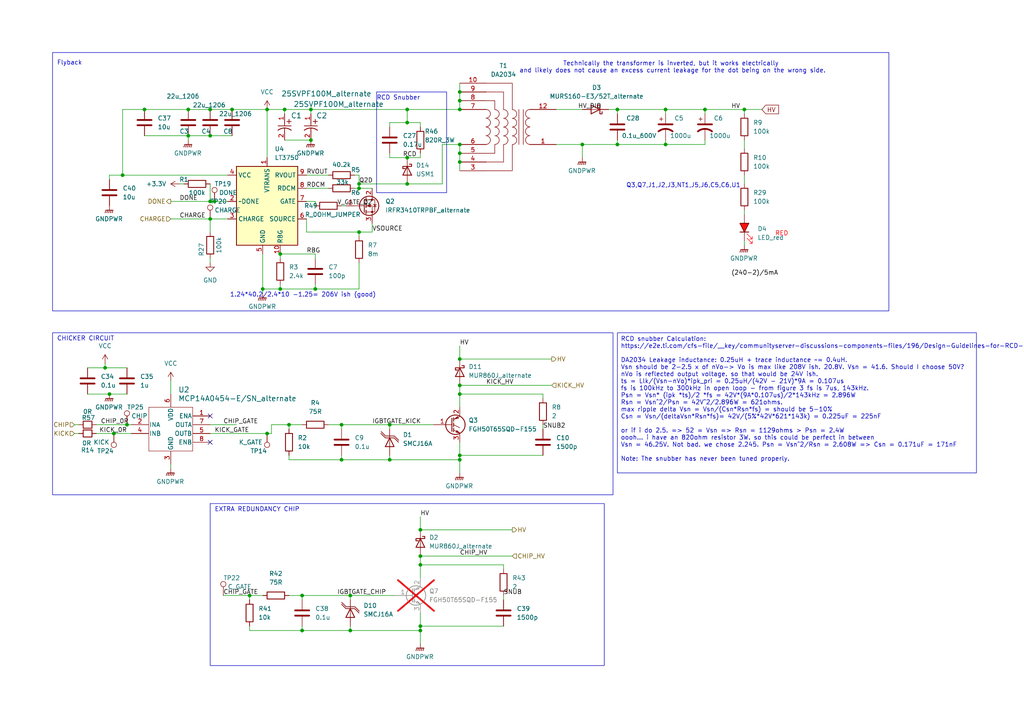
<source format=kicad_sch>
(kicad_sch (version 20250114) (generator "eeschema") (generator_version "9.0")
  (paper "A4")
  (rectangle (start 60.96 146.05) (end 175.26 193.04))
  (rectangle (start 15.24 15.24) (end 257.81 90.17))
  (rectangle (start 109.22 26.67) (end 129.54 55.88))
  (rectangle (start 15.24 96.52) (end 177.8 143.51))
  (text "(240-2)/5mA" (at 212.09 80.01 0) (effects (font (size 1.27 1.27)) (justify left bottom)))
  (text "RCD Snubber" (at 109.22 29.21 0) (effects (font (size 1.27 1.27)) (justify left bottom)))
  (text "Technically the transformer is inverted, but it works electrically \nand likely does not cause an excess current leakage for the dot being on the wrong side." (at 195.072 19.558 0) (effects (font (size 1.27 1.27))))
  (text "Q3,Q7,J1,J2,J3,NT1,J5,J6,C5,C6,U1" (at 181.61 54.61 0) (effects (font (size 1.27 1.27)) (justify left bottom)))
  (text "Flyback" (at 16.51 19.05 0) (effects (font (size 1.27 1.27)) (justify left bottom)))
  (text "RED" (at 224.79 68.58 0) (effects (font (size 1.27 1.27)) (justify left bottom)))
  (text "1.24*40.2/2.4*10 -1.25= 206V ish (good)" (at 87.884 85.598 0) (effects (font (size 1.27 1.27))))
  (text "EXTRA REDUNDANCY CHIP" (at 62.23 148.59 0) (effects (font (size 1.27 1.27)) (justify left bottom)))
  (text "CHICKER CIRCUIT" (at 16.51 99.06 0) (effects (font (size 1.27 1.27)) (justify left bottom)))
  (text_box "RCD snubber Calculation: https://e2e.ti.com/cfs-file/__key/communityserver-discussions-components-files/196/Design-Guidelines-for-RCD-Snubber-of-Flyback-Converters_2D00_Fairchild-AN4147.pdf\n\nDA2034 Leakage inductance: 0.25uH + trace inductance ~= 0.4uH.   \nVsn should be 2-2.5 x of nVo-> Vo is max like 208V ish. 20.8V. Vsn = 41.6. Should I choose 50V?\nnVo is reflected output voltage. so that would be 24V ish.                 \nts = Llk/(Vsn-nVo)*ipk_pri = 0.25uH/(42V - 21V)*9A = 0.107us\nfs is 100kHz to 300kHz in open loop - from figure 3 fs is 7us, 143kHz.     \nPsn = Vsn* (ipk *ts)/2 *fs = 42V*(9A*0.107us)/2*143kHz = 2.896W\nRsn = Vsn^2/Psn = 42V^2/2.896W = 621ohms.                                  \nmax ripple delta Vsn = Vsn/(Csn*Rsn*fs) = should be 5-10%\nCsn = Vsn/(deltaVsn*Rsn*fs)= 42V/(5%*42V*621*143k) = 0.225uF = 225nF\n\nor if i do 2.5. => 52 = Vsn => Rsn = 1129ohms > Psn = 2.4W\noooh... i have an 820ohm resistor 3W. so this could be perfect in between\nVsn = 46.25V. Not bad. we chose 2.245. Psn = Vsn^2/Rsn = 2.608W => Csn = 0.171uF = 171nF\n\nNote: The snubber has never been tuned properly." (at 179.07 96.52 0) (size 104.14 40.64) (margins 0.9525 0.9525 0.9525 0.9525) (effects (font (size 1.27 1.27)) (justify left top)))
  (junction (at 133.35 26.67))
  (junction (at 193.04 41.91))
  (junction (at 101.6 172.72))
  (junction (at 168.91 41.91))
  (junction (at 67.31 31.75))
  (junction (at 30.48 106.68))
  (junction (at 133.35 29.21))
  (junction (at 81.28 73.66))
  (junction (at 133.35 133.35))
  (junction (at 104.14 67.31))
  (junction (at 90.17 31.75))
  (junction (at 90.17 40.64))
  (junction (at 133.35 46.99))
  (junction (at 99.06 133.35))
  (junction (at 118.11 45.72))
  (junction (at 62.23 58.42))
  (junction (at 121.92 182.88))
  (junction (at 121.92 163.83))
  (junction (at 60.96 58.42))
  (junction (at 118.11 35.56))
  (junction (at 133.35 114.3))
  (junction (at 77.47 31.75))
  (junction (at 60.96 63.5))
  (junction (at 133.35 104.14))
  (junction (at 113.03 123.19))
  (junction (at 83.82 123.19))
  (junction (at 133.35 44.45))
  (junction (at 35.56 50.8))
  (junction (at 179.07 31.75))
  (junction (at 104.14 53.34))
  (junction (at 36.83 123.19))
  (junction (at 60.96 39.37))
  (junction (at 33.02 125.73))
  (junction (at 87.63 172.72))
  (junction (at 99.06 123.19))
  (junction (at 72.39 172.72))
  (junction (at 81.28 83.82))
  (junction (at 121.92 153.67))
  (junction (at 118.11 31.75))
  (junction (at 133.35 111.76))
  (junction (at 179.07 41.91))
  (junction (at 77.47 125.73))
  (junction (at 113.03 133.35))
  (junction (at 54.61 39.37))
  (junction (at 87.63 182.88))
  (junction (at 204.47 31.75))
  (junction (at 60.96 31.75))
  (junction (at 54.61 31.75))
  (junction (at 76.2 83.82))
  (junction (at 133.35 41.91))
  (junction (at 101.6 182.88))
  (junction (at 121.92 181.61))
  (junction (at 118.11 53.34))
  (junction (at 91.44 83.82))
  (junction (at 31.75 114.3))
  (junction (at 104.14 54.61))
  (junction (at 133.35 31.75))
  (junction (at 215.9 31.75))
  (junction (at 41.91 31.75))
  (junction (at 121.92 161.29))
  (junction (at 133.35 132.08))
  (junction (at 193.04 31.75))
  (junction (at 82.55 31.75))
  (no_connect (at 60.96 128.27))
  (no_connect (at 60.96 120.65))
  (wire (pts (xy 157.48 115.57) (xy 157.48 114.3)))
  (wire (pts (xy 168.91 41.91) (xy 179.07 41.91)))
  (wire (pts (xy 121.92 161.29) (xy 148.59 161.29)))
  (wire (pts (xy 133.35 100.33) (xy 133.35 104.14)))
  (wire (pts (xy 60.96 125.73) (xy 77.47 125.73)))
  (wire (pts (xy 146.05 165.1) (xy 146.05 163.83)))
  (wire (pts (xy 168.91 41.91) (xy 168.91 45.72)))
  (wire (pts (xy 215.9 40.64) (xy 215.9 43.18)))
  (wire (pts (xy 113.03 132.08) (xy 113.03 133.35)))
  (wire (pts (xy 91.44 73.66) (xy 91.44 74.93)))
  (wire (pts (xy 91.44 58.42) (xy 88.9 58.42)))
  (wire (pts (xy 83.82 123.19) (xy 83.82 124.46)))
  (wire (pts (xy 88.9 50.8) (xy 95.25 50.8)))
  (wire (pts (xy 193.04 31.75) (xy 204.47 31.75)))
  (wire (pts (xy 81.28 73.66) (xy 91.44 73.66)))
  (wire (pts (xy 25.4 114.3) (xy 31.75 114.3)))
  (wire (pts (xy 60.96 39.37) (xy 67.31 39.37)))
  (wire (pts (xy 176.53 31.75) (xy 179.07 31.75)))
  (wire (pts (xy 77.47 31.75) (xy 77.47 45.72)))
  (wire (pts (xy 60.96 53.34) (xy 60.96 58.42)))
  (wire (pts (xy 104.14 67.31) (xy 104.14 68.58)))
  (wire (pts (xy 31.75 50.8) (xy 35.56 50.8)))
  (wire (pts (xy 99.06 59.69) (xy 100.33 59.69)))
  (wire (pts (xy 49.53 110.49) (xy 49.53 114.3)))
  (wire (pts (xy 133.35 24.13) (xy 133.35 26.67)))
  (wire (pts (xy 78.74 125.73) (xy 78.74 123.19)))
  (wire (pts (xy 60.96 31.75) (xy 67.31 31.75)))
  (wire (pts (xy 215.9 31.75) (xy 220.98 31.75)))
  (wire (pts (xy 87.63 182.88) (xy 101.6 182.88)))
  (wire (pts (xy 113.03 123.19) (xy 125.73 123.19)))
  (wire (pts (xy 72.39 172.72) (xy 72.39 173.99)))
  (wire (pts (xy 60.96 63.5) (xy 66.04 63.5)))
  (wire (pts (xy 72.39 182.88) (xy 87.63 182.88)))
  (wire (pts (xy 179.07 40.64) (xy 179.07 41.91)))
  (wire (pts (xy 179.07 31.75) (xy 179.07 33.02)))
  (wire (pts (xy 35.56 31.75) (xy 41.91 31.75)))
  (wire (pts (xy 99.06 133.35) (xy 113.03 133.35)))
  (wire (pts (xy 60.96 58.42) (xy 62.23 58.42)))
  (wire (pts (xy 133.35 133.35) (xy 133.35 137.16)))
  (wire (pts (xy 113.03 45.72) (xy 118.11 45.72)))
  (wire (pts (xy 21.59 125.73) (xy 22.86 125.73)))
  (wire (pts (xy 78.74 123.19) (xy 83.82 123.19)))
  (wire (pts (xy 204.47 33.02) (xy 204.47 31.75)))
  (wire (pts (xy 49.53 134.62) (xy 49.53 135.89)))
  (wire (pts (xy 87.63 181.61) (xy 87.63 182.88)))
  (wire (pts (xy 133.35 114.3) (xy 157.48 114.3)))
  (wire (pts (xy 101.6 182.88) (xy 121.92 182.88)))
  (wire (pts (xy 121.92 177.8) (xy 121.92 181.61)))
  (wire (pts (xy 95.25 123.19) (xy 99.06 123.19)))
  (wire (pts (xy 87.63 123.19) (xy 83.82 123.19)))
  (wire (pts (xy 31.75 114.3) (xy 36.83 114.3)))
  (wire (pts (xy 60.96 67.31) (xy 60.96 63.5)))
  (wire (pts (xy 49.53 63.5) (xy 60.96 63.5)))
  (wire (pts (xy 102.87 50.8) (xy 104.14 50.8)))
  (wire (pts (xy 54.61 39.37) (xy 54.61 40.64)))
  (wire (pts (xy 204.47 41.91) (xy 204.47 40.64)))
  (wire (pts (xy 121.92 163.83) (xy 146.05 163.83)))
  (wire (pts (xy 133.35 26.67) (xy 133.35 29.21)))
  (wire (pts (xy 36.83 123.19) (xy 38.1 123.19)))
  (wire (pts (xy 41.91 39.37) (xy 54.61 39.37)))
  (wire (pts (xy 83.82 132.08) (xy 83.82 133.35)))
  (wire (pts (xy 161.29 31.75) (xy 168.91 31.75)))
  (wire (pts (xy 76.2 172.72) (xy 72.39 172.72)))
  (wire (pts (xy 121.92 44.45) (xy 121.92 45.72)))
  (wire (pts (xy 36.83 106.68) (xy 30.48 106.68)))
  (wire (pts (xy 88.9 67.31) (xy 104.14 67.31)))
  (wire (pts (xy 101.6 173.99) (xy 101.6 172.72)))
  (wire (pts (xy 87.63 172.72) (xy 101.6 172.72)))
  (wire (pts (xy 113.03 35.56) (xy 118.11 35.56)))
  (wire (pts (xy 215.9 31.75) (xy 215.9 33.02)))
  (wire (pts (xy 87.63 172.72) (xy 87.63 173.99)))
  (wire (pts (xy 107.95 67.31) (xy 104.14 67.31)))
  (wire (pts (xy 60.96 74.93) (xy 60.96 76.2)))
  (wire (pts (xy 133.35 46.99) (xy 133.35 49.53)))
  (wire (pts (xy 121.92 181.61) (xy 121.92 182.88)))
  (wire (pts (xy 118.11 53.34) (xy 128.27 53.34)))
  (wire (pts (xy 91.44 83.82) (xy 104.14 83.82)))
  (wire (pts (xy 88.9 54.61) (xy 95.25 54.61)))
  (wire (pts (xy 133.35 104.14) (xy 160.02 104.14)))
  (wire (pts (xy 148.59 153.67) (xy 121.92 153.67)))
  (wire (pts (xy 104.14 50.8) (xy 104.14 53.34)))
  (wire (pts (xy 91.44 82.55) (xy 91.44 83.82)))
  (wire (pts (xy 121.92 149.86) (xy 121.92 153.67)))
  (wire (pts (xy 193.04 31.75) (xy 193.04 33.02)))
  (wire (pts (xy 118.11 45.72) (xy 121.92 45.72)))
  (wire (pts (xy 54.61 39.37) (xy 60.96 39.37)))
  (wire (pts (xy 128.27 41.91) (xy 128.27 53.34)))
  (wire (pts (xy 104.14 76.2) (xy 104.14 83.82)))
  (wire (pts (xy 81.28 73.66) (xy 81.28 74.93)))
  (wire (pts (xy 35.56 50.8) (xy 66.04 50.8)))
  (wire (pts (xy 83.82 172.72) (xy 87.63 172.72)))
  (wire (pts (xy 30.48 105.41) (xy 30.48 106.68)))
  (wire (pts (xy 81.28 83.82) (xy 91.44 83.82)))
  (wire (pts (xy 35.56 31.75) (xy 35.56 50.8)))
  (wire (pts (xy 193.04 40.64) (xy 193.04 41.91)))
  (wire (pts (xy 121.92 161.29) (xy 121.92 163.83)))
  (wire (pts (xy 113.03 36.83) (xy 113.03 35.56)))
  (wire (pts (xy 83.82 133.35) (xy 99.06 133.35)))
  (wire (pts (xy 121.92 182.88) (xy 121.92 186.69)))
  (wire (pts (xy 121.92 35.56) (xy 121.92 36.83)))
  (wire (pts (xy 113.03 133.35) (xy 133.35 133.35)))
  (wire (pts (xy 104.14 53.34) (xy 104.14 54.61)))
  (wire (pts (xy 118.11 31.75) (xy 133.35 31.75)))
  (wire (pts (xy 21.59 123.19) (xy 22.86 123.19)))
  (wire (pts (xy 76.2 73.66) (xy 76.2 83.82)))
  (wire (pts (xy 107.95 67.31) (xy 107.95 64.77)))
  (wire (pts (xy 160.02 111.76) (xy 133.35 111.76)))
  (wire (pts (xy 193.04 41.91) (xy 204.47 41.91)))
  (wire (pts (xy 133.35 114.3) (xy 133.35 118.11)))
  (wire (pts (xy 90.17 31.75) (xy 90.17 33.02)))
  (wire (pts (xy 77.47 31.75) (xy 82.55 31.75)))
  (wire (pts (xy 64.77 172.72) (xy 72.39 172.72)))
  (wire (pts (xy 118.11 35.56) (xy 121.92 35.56)))
  (wire (pts (xy 101.6 181.61) (xy 101.6 182.88)))
  (wire (pts (xy 91.44 59.69) (xy 91.44 58.42)))
  (wire (pts (xy 54.61 31.75) (xy 60.96 31.75)))
  (wire (pts (xy 121.92 163.83) (xy 121.92 167.64)))
  (wire (pts (xy 60.96 123.19) (xy 68.58 123.19)))
  (wire (pts (xy 179.07 31.75) (xy 193.04 31.75)))
  (wire (pts (xy 133.35 128.27) (xy 133.35 132.08)))
  (wire (pts (xy 33.02 125.73) (xy 38.1 125.73)))
  (wire (pts (xy 121.92 181.61) (xy 146.05 181.61)))
  (wire (pts (xy 52.07 53.34) (xy 53.34 53.34)))
  (wire (pts (xy 76.2 83.82) (xy 76.2 85.09)))
  (wire (pts (xy 81.28 82.55) (xy 81.28 83.82)))
  (wire (pts (xy 133.35 41.91) (xy 133.35 44.45)))
  (wire (pts (xy 41.91 31.75) (xy 54.61 31.75)))
  (wire (pts (xy 27.94 123.19) (xy 36.83 123.19)))
  (wire (pts (xy 31.75 50.8) (xy 31.75 52.07)))
  (wire (pts (xy 204.47 31.75) (xy 215.9 31.75)))
  (wire (pts (xy 25.4 106.68) (xy 30.48 106.68)))
  (wire (pts (xy 82.55 31.75) (xy 82.55 33.02)))
  (wire (pts (xy 88.9 67.31) (xy 88.9 63.5)))
  (wire (pts (xy 99.06 123.19) (xy 99.06 124.46)))
  (wire (pts (xy 76.2 83.82) (xy 81.28 83.82)))
  (wire (pts (xy 49.53 58.42) (xy 60.96 58.42)))
  (wire (pts (xy 101.6 172.72) (xy 114.3 172.72)))
  (wire (pts (xy 146.05 172.72) (xy 146.05 173.99)))
  (wire (pts (xy 82.55 40.64) (xy 90.17 40.64)))
  (wire (pts (xy 179.07 41.91) (xy 193.04 41.91)))
  (wire (pts (xy 113.03 124.46) (xy 113.03 123.19)))
  (wire (pts (xy 113.03 44.45) (xy 113.03 45.72)))
  (wire (pts (xy 99.06 132.08) (xy 99.06 133.35)))
  (wire (pts (xy 107.95 54.61) (xy 104.14 54.61)))
  (wire (pts (xy 90.17 31.75) (xy 118.11 31.75)))
  (wire (pts (xy 215.9 50.8) (xy 215.9 53.34)))
  (wire (pts (xy 128.27 41.91) (xy 133.35 41.91)))
  (wire (pts (xy 215.9 60.96) (xy 215.9 62.23)))
  (wire (pts (xy 133.35 29.21) (xy 133.35 31.75)))
  (wire (pts (xy 118.11 31.75) (xy 118.11 35.56)))
  (wire (pts (xy 133.35 132.08) (xy 133.35 133.35)))
  (wire (pts (xy 82.55 31.75) (xy 90.17 31.75)))
  (wire (pts (xy 99.06 123.19) (xy 113.03 123.19)))
  (wire (pts (xy 77.47 125.73) (xy 78.74 125.73)))
  (wire (pts (xy 133.35 111.76) (xy 133.35 114.3)))
  (wire (pts (xy 72.39 181.61) (xy 72.39 182.88)))
  (wire (pts (xy 215.9 69.85) (xy 215.9 71.12)))
  (wire (pts (xy 67.31 31.75) (xy 77.47 31.75)))
  (wire (pts (xy 27.94 125.73) (xy 33.02 125.73)))
  (wire (pts (xy 133.35 44.45) (xy 133.35 46.99)))
  (wire (pts (xy 102.87 54.61) (xy 104.14 54.61)))
  (wire (pts (xy 104.14 53.34) (xy 118.11 53.34)))
  (wire (pts (xy 161.29 41.91) (xy 168.91 41.91)))
  (wire (pts (xy 62.23 58.42) (xy 66.04 58.42)))
  (wire (pts (xy 133.35 132.08) (xy 157.48 132.08)))
  (wire (pts (xy 157.48 123.19) (xy 157.48 124.46)))
  (label "V_GATE_Q2" (at 97.79 59.69 0))
  (label "IGBTGATE_KICK" (at 107.95 123.19 0))
  (label "HV" (at 133.35 100.33 0))
  (label "CHIP_GATE" (at 64.77 123.19 0))
  (label "CHIP_GATE" (at 64.77 172.72 0))
  (label "KICK_GATE" (at 62.23 125.73 0))
  (label "IGBTGATE_CHIP" (at 97.79 172.72 0))
  (label "DONE" (at 52.07 58.42 0))
  (label "CHIP_HV" (at 133.35 161.29 0))
  (label "RDCM" (at 88.9 54.61 0))
  (label "KICK_0R" (at 36.83 125.73 180))
  (label "KICK_HV" (at 140.97 111.76 0))
  (label "HV_DIO" (at 167.64 31.75 0))
  (label "Q2D" (at 104.14 53.34 0))
  (label "RCD" (at 116.84 45.72 0))
  (label "SNUB" (at 146.05 172.72 0))
  (label "HV" (at 121.92 149.86 0))
  (label "CHARGE" (at 52.07 63.5 0))
  (label "SNUB2" (at 157.48 124.46 0))
  (label "CHIP_0R" (at 29.21 123.19 0))
  (label "RVOUT" (at 88.9 50.8 0))
  (label "RBG" (at 88.9 73.66 0))
  (label "VSOURCE" (at 107.95 67.31 0))
  (label "HV" (at 212.09 31.75 0))
  (global_label "HV" (shape input) (at 220.98 31.75 0) (property "Intersheetrefs" "${INTERSHEET_REFS}" (effects (hide yes))))
  (hierarchical_label "CHIP_HV" (shape input) (at 148.59 161.29 0))
  (hierarchical_label "HV" (shape output) (at 160.02 104.14 0))
  (hierarchical_label "CHARGE" (shape input) (at 49.53 63.5 180))
  (hierarchical_label "CHIP" (shape input) (at 21.59 123.19 180))
  (hierarchical_label "KICK" (shape input) (at 21.59 125.73 180))
  (hierarchical_label "HV" (shape output) (at 148.59 153.67 0))
  (hierarchical_label "DONE" (shape output) (at 49.53 58.42 180))
  (hierarchical_label "KICK_HV" (shape input) (at 160.02 111.76 0))
  (symbol (lib_id "bots:C_100p") (at 91.44 78.74 0) (unit 1)
    (property "Reference" "C7" (at 95.25 77.47 0) (effects (justify left)))
    (property "Value" "100p" (at 95.25 80.01 0) (effects (justify left)))
    (property "Footprint" "bots:C_0603_1608Metric" (effects (hide yes)))
    (property "MPN" "CL10C101JB8NNNC" (effects (hide yes)))
    (property "Manufacturer" "Samsung Electro-Mechanics" (effects (hide yes)))
    (property "Price" "0.0026" (effects (hide yes)))
    (property "JLC" "0603" (effects (hide yes)))
    (property "LCSC" "C14858" (effects (hide yes)))
    (property "JLC Extended" "no" (effects (hide yes)))
  )
  (symbol (lib_id "power:GNDPWR") (at 215.9 71.12 0) (unit 1)
    (property "Reference" "#PWR020" (effects (hide yes)))
    (property "Value" "GNDPWR" (at 215.773 74.93 0))
  )
  (symbol (lib_id "thebots_symlib:R_0R_0402") (at 25.4 125.73 90) (unit 1)
    (property "Reference" "R14" (at 25.4 130.556 90))
    (property "Value" "0R" (at 25.146 128.524 90))
    (property "Footprint" "bots:R_0402_1005Metric" (effects (hide yes)))
    (property "Description" "Resistor" (effects (hide yes)))
    (property "MPN" "0402WGF0000TCE" (effects (hide yes)))
    (property "Manufacturer" "UNI-ROYAL(Uniroyal Elec)" (effects (hide yes)))
    (property "Price" "0.001" (effects (hide yes)))
    (property "JLC" "0603" (effects (hide yes)))
    (property "LCSC" "C17168" (effects (hide yes)))
    (property "JLC Extended" "no" (effects (hide yes)))
  )
  (symbol (lib_id "power:GNDPWR") (at 76.2 85.09 0) (unit 1)
    (property "Reference" "#PWR02" (effects (hide yes)))
    (property "Value" "GNDPWR" (at 76.073 88.9 0))
  )
  (symbol (lib_id "bots:TestPoint_1x1") (at 36.83 123.19 0) (unit 1) (in_bom no)
    (property "Reference" "TP25" (at 36.83 118.11 0) (effects (justify left)))
    (property "Value" "CHIP" (at 38.1 120.65 0) (effects (justify left)))
    (property "Footprint" "bots:TestPoint_Pad_1.0x1.0mm" (effects (hide yes)))
  )
  (symbol (lib_id "bots:Q_IRFR3410TRPBF_alternate") (at 105.41 59.69 0) (unit 1)
    (property "Reference" "Q2" (at 111.76 58.4199 0) (effects (justify left)))
    (property "Value" "IRFR3410TRPBF_alternate" (at 111.76 60.9599 0) (effects (justify left)))
    (property "Footprint" "bots:DPAK-3_ONS" (effects (hide yes)))
    (property "Datasheet" "https://www.st.com/resource/en/datasheet/stb15n80k5.pdf" (effects (hide yes)))
    (property "Description" "N-Channel 150 V 50A (Tc) 160W (Tj) Surface Mount TO-252AA" (effects (hide yes)))
    (property "MPN" "CJU15N10" (effects (hide yes)))
    (property "Manufacturer" "Jiangsu Changjing Electronics Technology Co., Ltd. " (effects (hide yes)))
    (property "Price" "0.2772" (effects (hide yes)))
    (property "JLC" "TO-252-2" (effects (hide yes)))
    (property "LCSC" "C2910347" (effects (hide yes)))
    (property "JLC Extended" "yes" (effects (hide yes)))
  )
  (symbol (lib_id "thebots_symlib:R_0R_0402") (at 25.4 123.19 90) (unit 1)
    (property "Reference" "R57" (at 25.654 121.158 90))
    (property "Value" "0R" (at 25.4 119.38 90))
    (property "Footprint" "bots:R_0402_1005Metric" (effects (hide yes)))
    (property "Description" "Resistor" (effects (hide yes)))
    (property "MPN" "0402WGF0000TCE" (effects (hide yes)))
    (property "Manufacturer" "UNI-ROYAL(Uniroyal Elec)" (effects (hide yes)))
    (property "Price" "0.001" (effects (hide yes)))
    (property "JLC" "0603" (effects (hide yes)))
    (property "LCSC" "C17168" (effects (hide yes)))
    (property "JLC Extended" "no" (effects (hide yes)))
  )
  (symbol (lib_id "bots:C_0.17u") (at 113.03 40.64 0) (unit 1)
    (property "Reference" "C27" (at 116.84 39.3699 0) (effects (justify left)))
    (property "Value" "0.17u" (at 116.84 41.9099 0) (effects (justify left)))
    (property "Footprint" "bots:C_0603_1608Metric" (effects (hide yes)))
    (property "Description" "Unpolarized capacitor" (effects (hide yes)))
    (property "MPN" "CC0603KRX7R9BB104" (effects (hide yes)))
    (property "Manufacturer" "YAGEO" (effects (hide yes)))
    (property "Price" "0.0021" (effects (hide yes)))
    (property "JLC" "0603" (effects (hide yes)))
    (property "LCSC" "C14663" (effects (hide yes)))
    (property "JLC Extended" "no" (effects (hide yes)))
  )
  (symbol (lib_id "bots:C_1000u_POL_reversed") (at 204.47 36.83 0) (unit 1)
    (property "Reference" "C6" (at 207.01 34.29 0) (effects (justify left)))
    (property "Value" "1000u" (at 205.74 39.37 0) (effects (justify left)))
    (property "Footprint" "bots:CP_Radial_Horizontal_D25.4mm_H45mm_reversed" (effects (hide yes)))
    (property "MPN" "ESMQ251VSN102MQ45S" (effects (hide yes)))
    (property "Manufacturer" "Chemi-Con" (effects (hide yes)))
    (property "Price" "9.07" (effects (hide yes)))
  )
  (symbol (lib_id "power:GNDPWR") (at 133.35 137.16 0) (unit 1)
    (property "Reference" "#PWR021" (effects (hide yes)))
    (property "Value" "GNDPWR" (at 133.223 140.97 0))
  )
  (symbol (lib_id "bots:TestPoint_1x1") (at 64.77 172.72 0) (unit 1) (in_bom no)
    (property "Reference" "TP22" (at 64.77 167.64 0) (effects (justify left)))
    (property "Value" "C_GATE" (at 66.04 170.18 0) (effects (justify left)))
    (property "Footprint" "bots:TestPoint_Pad_1.0x1.0mm" (effects (hide yes)))
  )
  (symbol (lib_id "bots:LED_red") (at 215.9 66.04 90) (unit 1)
    (property "Reference" "D4" (at 219.71 66.3575 90) (effects (justify right)))
    (property "Value" "LED_red" (at 219.71 68.8975 90) (effects (justify right)))
    (property "Footprint" "bots:LED_1206MERGE0805" (effects (hide yes)))
    (property "MPN" "NCD0805R1" (effects (hide yes)))
    (property "Manufacturer" "Foshan NationStar Optoelectronics" (effects (hide yes)))
    (property "Price" "0.0122" (effects (hide yes)))
    (property "JLC" "0805" (effects (hide yes)))
    (property "LCSC" "C84256" (effects (hide yes)))
    (property "JLC Extended" "no" (effects (hide yes)))
  )
  (symbol (lib_name "R_100k_4") (lib_id "bots:R_100k") (at 215.9 46.99 180) (unit 1)
    (property "Reference" "R10" (at 218.44 45.72 0) (effects (justify right)))
    (property "Value" "100k" (at 218.44 48.26 0) (effects (justify right)))
    (property "Footprint" "bots:R_0603_1608Metric" (effects (hide yes)))
    (property "MPN" "0603WAF1003T5E" (effects (hide yes)))
    (property "Manufacturer" "UNI-ROYAL(Uniroyal Elec)" (effects (hide yes)))
    (property "Price" "0.0009" (effects (hide yes)))
    (property "JLC" "0603" (effects (hide yes)))
    (property "LCSC" "C25803" (effects (hide yes)))
    (property "JLC Extended" "no" (effects (hide yes)))
  )
  (symbol (lib_id "bots:C_1500p") (at 157.48 128.27 0) (unit 1)
    (property "Reference" "C10" (at 161.29 127 0) (effects (justify left)))
    (property "Value" "1500p" (at 161.29 129.54 0) (effects (justify left)))
    (property "Footprint" "bots:C_0805_2012Metric" (effects (hide yes)))
    (property "Description" "Unpolarized capacitor" (effects (hide yes)))
    (property "MPN" "0805B152K500NT" (effects (hide yes)))
    (property "Manufacturer" "FH (Guangdong Fenghua Advanced Tech) " (effects (hide yes)))
    (property "Price" "0.066" (effects (hide yes)))
    (property "JLC" "0805" (effects (hide yes)))
    (property "LCSC" "C1717" (effects (hide yes)))
  )
  (symbol (lib_id "bots:D_USM1") (at 118.11 49.53 270) (unit 1)
    (property "Reference" "D14" (at 120.65 47.9425 90) (effects (justify left)))
    (property "Value" "USM1" (at 120.65 50.4825 90) (effects (justify left)))
    (property "Footprint" "bots:D_SMA" (effects (hide yes)))
    (property "MPN" "USM1" (effects (hide yes)))
    (property "Manufacturer" "Vishay Intertech" (effects (hide yes)))
    (property "Price" "0.1038" (effects (hide yes)))
    (property "JLC" "SMA" (effects (hide yes)))
    (property "LCSC" "C412437" (effects (hide yes)))
    (property "JLC Extended" "no" (effects (hide yes)))
  )
  (symbol (lib_id "power:GNDPWR") (at 31.75 114.3 0) (unit 1)
    (property "Reference" "#PWR046" (effects (hide yes)))
    (property "Value" "GNDPWR" (at 31.623 118.11 0))
  )
  (symbol (lib_name "R_100k_5") (lib_id "bots:R_100k") (at 57.15 53.34 270) (unit 1)
    (property "Reference" "R1" (at 53.34 52.07 90))
    (property "Value" "100k" (at 57.15 55.88 90))
    (property "Footprint" "bots:R_0603_1608Metric" (effects (hide yes)))
    (property "MPN" "0603WAF1003T5E" (effects (hide yes)))
    (property "Manufacturer" "UNI-ROYAL(Uniroyal Elec)" (effects (hide yes)))
    (property "Price" "0.0009" (effects (hide yes)))
    (property "JLC" "0603" (effects (hide yes)))
    (property "LCSC" "C25803" (effects (hide yes)))
    (property "JLC Extended" "no" (effects (hide yes)))
  )
  (symbol (lib_id "bots:MCP14A0454-E_SN_alternate") (at 35.56 121.92 0) (unit 1)
    (property "Reference" "U2" (at 51.6733 113.03 0) (effects (font (size 1.524 1.524)) (justify left)))
    (property "Value" "MCP14A0454-E/SN_alternate" (at 51.6733 115.57 0) (effects (font (size 1.524 1.524)) (justify left)))
    (property "Footprint" "bots:SOIC-8_3.9x4.9mm_P1.27mm" (effects (hide yes)))
    (property "MPN" "RS8802HXK" (effects (hide yes)))
    (property "Manufacturer" "Jiangsu RUNIC Tech " (effects (hide yes)))
    (property "Price" "0.36" (effects (hide yes)))
    (property "JLC" "SOIC-8" (effects (hide yes)))
    (property "LCSC" "C20611883" (effects (hide yes)))
    (property "JLC Extended" "yes" (effects (hide yes)))
  )
  (symbol (lib_id "power:GNDPWR") (at 168.91 45.72 0) (unit 1)
    (property "Reference" "#PWR018" (effects (hide yes)))
    (property "Value" "GNDPWR" (at 168.783 49.53 0))
  )
  (symbol (lib_id "power:VCC") (at 77.47 31.75 0) (unit 1)
    (property "Reference" "#PWR09" (effects (hide yes)))
    (property "Value" "VCC" (at 77.47 26.67 0))
  )
  (symbol (lib_id "bots:D_MURS160-E3/52T_alternate") (at 172.72 31.75 180) (unit 1)
    (property "Reference" "D3" (at 173.0375 25.4 0))
    (property "Value" "MURS160-E3/52T_alternate" (at 173.0375 27.94 0))
    (property "Footprint" "bots:D_SMB" (effects (hide yes)))
    (property "Description" "1.25V@1A 75ns 2A 600V SMB(DO-214AA) Diodes - Fast Recovery Rectifiers ROHS" (effects (hide yes)))
    (property "MPN" "US2MB" (effects (hide yes)))
    (property "Manufacturer" "hongjiacheng" (effects (hide yes)))
    (property "Price" "0.0266" (effects (hide yes)))
    (property "JLC" "SMB" (effects (hide yes)))
    (property "LCSC" "C18199134" (effects (hide yes)))
    (property "JLC Extended" "no" (effects (hide yes)))
  )
  (symbol (lib_id "bots:C_1000u_POL") (at 193.04 36.83 0) (unit 1)
    (property "Reference" "C5" (at 195.58 34.29 0) (effects (justify left)))
    (property "Value" "1000u" (at 194.31 39.37 0) (effects (justify left)))
    (property "Footprint" "bots:CP_Radial_Horizontal_D25.4mm_H45mm" (effects (hide yes)))
    (property "MPN" "ESMQ251VSN102MQ45S" (effects (hide yes)))
    (property "Manufacturer" "Chemi-Con" (effects (hide yes)))
    (property "Price" "9.07" (effects (hide yes)))
  )
  (symbol (lib_id "bots:DA2034") (at 151.13 36.83 0) (unit 1)
    (property "Reference" "T1" (at 146.0227 19.05 0))
    (property "Value" "DA2034" (at 146.0227 21.59 0))
    (property "Footprint" "bots:DA2034-ALD_COC" (effects (hide yes)))
    (property "MPN" "DA2034-ALD" (effects (hide yes)))
    (property "Manufacturer" "Coilcraft" (effects (hide yes)))
    (property "Price" "13.35" (effects (hide yes)))
  )
  (symbol (lib_id "bots:C_10u") (at 41.91 35.56 0) (unit 1)
    (property "Reference" "C37" (at 45.72 34.29 0) (effects (justify left)))
    (property "Value" "10u" (at 45.72 36.83 0) (effects (justify left)))
    (property "Footprint" "bots:C_0805_2012Metric" (effects (hide yes)))
    (property "MPN" "GRM21BR61H106KE43L" (effects (hide yes)))
    (property "Manufacturer" "Murata" (effects (hide yes)))
    (property "Price" "0.0645" (effects (hide yes)))
    (property "JLC" "0805" (effects (hide yes)))
    (property "LCSC" "C440198" (effects (hide yes)))
    (property "JLC Extended" "no" (effects (hide yes)))
  )
  (symbol (lib_id "bots:TestPoint_1x1") (at 33.02 125.73 180) (unit 1) (in_bom no)
    (property "Reference" "TP24" (at 33.02 130.81 0) (effects (justify left)))
    (property "Value" "KICK" (at 31.75 128.27 0) (effects (justify left)))
    (property "Footprint" "bots:TestPoint_Pad_1.0x1.0mm" (effects (hide yes)))
  )
  (symbol (lib_id "power:+3.3V") (at 52.07 53.34 90) (unit 1)
    (property "Reference" "#PWR05" (effects (hide yes)))
    (property "Value" "+3.3V" (at 48.26 53.34 90) (effects (justify left)))
  )
  (symbol (lib_id "power:VCC") (at 49.53 110.49 0) (unit 1)
    (property "Reference" "#PWR061" (effects (hide yes)))
    (property "Value" "VCC" (at 49.53 105.41 0))
  )
  (symbol (lib_id "bots:C_0.1u") (at 87.63 177.8 0) (unit 1)
    (property "Reference" "C38" (at 91.44 176.53 0) (effects (justify left)))
    (property "Value" "0.1u" (at 91.44 179.07 0) (effects (justify left)))
    (property "Footprint" "bots:C_0603_1608Metric" (effects (hide yes)))
    (property "MPN" "CC0603KRX7R9BB104" (effects (hide yes)))
    (property "Manufacturer" "YAGEO" (effects (hide yes)))
    (property "Price" "0.0021" (effects (hide yes)))
    (property "JLC" "0603" (effects (hide yes)))
    (property "LCSC" "C14663" (effects (hide yes)))
    (property "JLC Extended" "no" (effects (hide yes)))
  )
  (symbol (lib_id "power:GNDPWR") (at 121.92 186.69 0) (unit 1)
    (property "Reference" "#PWR012" (effects (hide yes)))
    (property "Value" "GNDPWR" (at 121.793 190.5 0))
  )
  (symbol (lib_id "bots:25SVPF100M_alternate") (at 90.17 33.02 270) (unit 1)
    (property "Reference" "C2" (at 91.694 33.528 90) (effects (font (size 1.524 1.524)) (justify left)))
    (property "Value" "25SVPF100M_alternate" (at 85.09 30.226 90) (effects (font (size 1.524 1.524)) (justify left)))
    (property "Footprint" "bots:CAP_25SVPF100M" (effects (hide yes)))
    (property "Datasheet" "EFVZ050ADA101M0865" (effects (hide yes)))
    (property "Price" "0.2118" (effects (hide yes)))
    (property "JLC" "SMD,D8xL6.5mm " (effects (hide yes)))
    (property "LCSC" "C33129640" (effects (hide yes)))
    (property "JLC Extended" "yes" (effects (hide yes)))
  )
  (symbol (lib_id "bots:C_10u") (at 31.75 55.88 0) (unit 1)
    (property "Reference" "C40" (at 35.56 54.61 0) (effects (justify left)))
    (property "Value" "10u" (at 35.56 57.15 0) (effects (justify left)))
    (property "Footprint" "bots:C_0805_2012Metric" (effects (hide yes)))
    (property "MPN" "GRM21BR61H106KE43L" (effects (hide yes)))
    (property "Manufacturer" "Murata" (effects (hide yes)))
    (property "Price" "0.0645" (effects (hide yes)))
    (property "JLC" "0805" (effects (hide yes)))
    (property "LCSC" "C440198" (effects (hide yes)))
    (property "JLC Extended" "no" (effects (hide yes)))
  )
  (symbol (lib_id "power:GNDPWR") (at 49.53 135.89 0) (unit 1)
    (property "Reference" "#PWR04" (effects (hide yes)))
    (property "Value" "GNDPWR" (at 49.403 139.7 0))
  )
  (symbol (lib_id "bots:R_0OHM_JUMPER") (at 95.25 59.69 90) (unit 1)
    (property "Reference" "R49" (at 90.17 59.69 90))
    (property "Value" "R_0OHM_JUMPER" (at 96.52 62.23 90))
    (property "Footprint" "bots:R_0603_1608Metric" (effects (hide yes)))
    (property "Description" "Resistor" (effects (hide yes)))
    (property "MPN" "0603WAF0000T5E" (effects (hide yes)))
    (property "Manufacturer" "UNI-ROYAL(Uniroyal Elec)" (effects (hide yes)))
    (property "Price" "0.001" (effects (hide yes)))
    (property "JLC" "0603" (effects (hide yes)))
    (property "LCSC" "C21189" (effects (hide yes)))
    (property "JLC Extended" "no" (effects (hide yes)))
  )
  (symbol (lib_id "bots:C_0.1u") (at 25.4 110.49 0) (unit 1)
    (property "Reference" "C34" (at 29.21 109.22 0) (effects (justify left)))
    (property "Value" "0.1u" (at 29.21 111.76 0) (effects (justify left)))
    (property "Footprint" "bots:C_0603_1608Metric" (effects (hide yes)))
    (property "MPN" "CC0603KRX7R9BB104" (effects (hide yes)))
    (property "Manufacturer" "YAGEO" (effects (hide yes)))
    (property "Price" "0.0021" (effects (hide yes)))
    (property "JLC" "0603" (effects (hide yes)))
    (property "LCSC" "C14663" (effects (hide yes)))
    (property "JLC Extended" "no" (effects (hide yes)))
  )
  (symbol (lib_id "power:GND") (at 60.96 76.2 0) (unit 1)
    (property "Reference" "#PWR010" (effects (hide yes)))
    (property "Value" "GND" (at 60.96 81.28 0))
  )
  (symbol (lib_id "bots:25SVPF100M_alternate") (at 82.55 33.02 270) (unit 1)
    (property "Reference" "C1" (at 84.328 33.528 90) (effects (font (size 1.524 1.524)) (justify left)))
    (property "Value" "25SVPF100M_alternate" (at 81.534 27.178 90) (effects (font (size 1.524 1.524)) (justify left)))
    (property "Footprint" "bots:CAP_25SVPF100M" (effects (hide yes)))
    (property "Datasheet" "EFVZ050ADA101M0865" (effects (hide yes)))
    (property "Price" "0.2118" (effects (hide yes)))
    (property "JLC" "SMD,D8xL6.5mm " (effects (hide yes)))
    (property "LCSC" "C33129640" (effects (hide yes)))
    (property "JLC Extended" "yes" (effects (hide yes)))
  )
  (symbol (lib_id "bots:R_2R_0805") (at 146.05 168.91 0) (unit 1)
    (property "Reference" "R43" (at 148.59 167.64 0) (effects (justify left)))
    (property "Value" "2" (at 148.59 170.18 0) (effects (justify left)))
    (property "Footprint" "bots:R_0805_2012Metric" (effects (hide yes)))
    (property "Description" "Resistor" (effects (hide yes)))
    (property "MPN" "0805W8F200KT5E" (effects (hide yes)))
    (property "Manufacturer" "UNI-ROYAL(Uniroyal Elec)" (effects (hide yes)))
    (property "Price" "0.0025" (effects (hide yes)))
    (property "JLC" "0805" (effects (hide yes)))
    (property "LCSC" "C17606" (effects (hide yes)))
    (property "JLC Extended" "no" (effects (hide yes)))
  )
  (symbol (lib_id "power:VCC") (at 30.48 105.41 0) (unit 1)
    (property "Reference" "#PWR03" (effects (hide yes)))
    (property "Value" "VCC" (at 30.48 100.33 0))
  )
  (symbol (lib_id "bots:R_75R") (at 91.44 123.19 90) (unit 1)
    (property "Reference" "R4" (at 91.44 116.84 90))
    (property "Value" "75R" (at 91.44 119.38 90))
    (property "Footprint" "bots:R_0603_1608Metric" (effects (hide yes)))
    (property "Description" "Resistor" (effects (hide yes)))
    (property "MPN" "0603WAF750JT5E" (effects (hide yes)))
    (property "Manufacturer" "UNI-ROYAL(Uniroyal Elec)" (effects (hide yes)))
    (property "Price" "0.001" (effects (hide yes)))
    (property "JLC" "0603" (effects (hide yes)))
    (property "LCSC" "C4275" (effects (hide yes)))
    (property "JLC Extended" "no" (effects (hide yes)))
  )
  (symbol (lib_id "bots:C_22u_1206") (at 67.31 35.56 0) (unit 1)
    (property "Reference" "C8" (at 64.77 38.1 0) (effects (justify left)))
    (property "Value" "22u_1206" (at 63.5 33.02 0) (effects (justify left)))
    (property "Footprint" "bots:C_1206_3216Metric" (effects (hide yes)))
    (property "MPN" "CL31A226KAHNNNE" (effects (hide yes)))
    (property "Manufacturer" "Murata" (effects (hide yes)))
    (property "Price" "0.0645" (effects (hide yes)))
    (property "JLC" "0805" (effects (hide yes)))
    (property "LCSC" "C12891" (effects (hide yes)))
    (property "JLC Extended" "no" (effects (hide yes)))
  )
  (symbol (lib_id "power:GNDPWR") (at 54.61 40.64 0) (unit 1)
    (property "Reference" "#PWR075" (effects (hide yes)))
    (property "Value" "GNDPWR" (at 54.483 44.45 0))
  )
  (symbol (lib_id "bots:R_10k") (at 72.39 177.8 0) (unit 1)
    (property "Reference" "R41" (at 74.93 176.53 0) (effects (justify left)))
    (property "Value" "10k" (at 74.93 179.07 0) (effects (justify left)))
    (property "Footprint" "bots:R_0603_1608Metric" (effects (hide yes)))
    (property "MPN" "0603WAF1002T5E" (effects (hide yes)))
    (property "Manufacturer" "UNI-ROYAL(Uniroyal Elec)" (effects (hide yes)))
    (property "Price" "0.0008" (effects (hide yes)))
    (property "JLC" "0603" (effects (hide yes)))
    (property "LCSC" "C25804" (effects (hide yes)))
    (property "JLC Extended" "no" (effects (hide yes)))
  )
  (symbol (lib_id "bots:R_10k") (at 83.82 128.27 0) (unit 1)
    (property "Reference" "R2" (at 86.36 127 0) (effects (justify left)))
    (property "Value" "10k" (at 86.36 129.54 0) (effects (justify left)))
    (property "Footprint" "bots:R_0603_1608Metric" (effects (hide yes)))
    (property "MPN" "0603WAF1002T5E" (effects (hide yes)))
    (property "Manufacturer" "UNI-ROYAL(Uniroyal Elec)" (effects (hide yes)))
    (property "Price" "0.0008" (effects (hide yes)))
    (property "JLC" "0603" (effects (hide yes)))
    (property "LCSC" "C25804" (effects (hide yes)))
    (property "JLC Extended" "no" (effects (hide yes)))
  )
  (symbol (lib_id "bots:TestPoint_1x1") (at 77.47 125.73 180) (unit 1) (in_bom no)
    (property "Reference" "TP14" (at 77.47 130.81 0) (effects (justify left)))
    (property "Value" "K_GATE" (at 76.2 128.27 0) (effects (justify left)))
    (property "Footprint" "bots:TestPoint_Pad_1.0x1.0mm" (effects (hide yes)))
  )
  (symbol (lib_id "bots:R_75R") (at 80.01 172.72 90) (unit 1)
    (property "Reference" "R42" (at 80.01 166.37 90))
    (property "Value" "75R" (at 80.01 168.91 90))
    (property "Footprint" "bots:R_0603_1608Metric" (effects (hide yes)))
    (property "Description" "Resistor" (effects (hide yes)))
    (property "MPN" "0603WAF750JT5E" (effects (hide yes)))
    (property "Manufacturer" "UNI-ROYAL(Uniroyal Elec)" (effects (hide yes)))
    (property "Price" "0.001" (effects (hide yes)))
    (property "JLC" "0603" (effects (hide yes)))
    (property "LCSC" "C4275" (effects (hide yes)))
    (property "JLC Extended" "no" (effects (hide yes)))
  )
  (symbol (lib_id "bots:C_22u_1206") (at 54.61 35.56 0) (unit 1)
    (property "Reference" "C3" (at 52.07 38.1 0) (effects (justify left)))
    (property "Value" "22u_1206" (at 48.26 27.94 0) (effects (justify left)))
    (property "Footprint" "bots:C_1206_3216Metric" (effects (hide yes)))
    (property "MPN" "CL31A226KAHNNNE" (effects (hide yes)))
    (property "Manufacturer" "Murata" (effects (hide yes)))
    (property "Price" "0.0645" (effects (hide yes)))
    (property "JLC" "0805" (effects (hide yes)))
    (property "LCSC" "C12891" (effects (hide yes)))
    (property "JLC Extended" "no" (effects (hide yes)))
  )
  (symbol (lib_id "bots:C_22u_1206") (at 60.96 35.56 0) (unit 1)
    (property "Reference" "C4" (at 58.42 38.1 0) (effects (justify left)))
    (property "Value" "22u_1206" (at 55.88 30.48 0) (effects (justify left)))
    (property "Footprint" "bots:C_1206_3216Metric" (effects (hide yes)))
    (property "MPN" "CL31A226KAHNNNE" (effects (hide yes)))
    (property "Manufacturer" "Murata" (effects (hide yes)))
    (property "Price" "0.0645" (effects (hide yes)))
    (property "JLC" "0805" (effects (hide yes)))
    (property "LCSC" "C12891" (effects (hide yes)))
    (property "JLC Extended" "no" (effects (hide yes)))
  )
  (symbol (lib_id "bots:TestPoint_1x1") (at 62.23 58.42 0) (unit 1) (in_bom no)
    (property "Reference" "TP19" (at 62.23 53.34 0) (effects (justify left)))
    (property "Value" "DONE" (at 63.5 55.88 0) (effects (justify left)))
    (property "Footprint" "bots:TestPoint_Pad_1.0x1.0mm" (effects (hide yes)))
  )
  (symbol (lib_id "power:GNDPWR") (at 31.75 59.69 0) (unit 1)
    (property "Reference" "#PWR07" (effects (hide yes)))
    (property "Value" "GNDPWR" (at 31.623 63.5 0))
  )
  (symbol (lib_id "bots:FGH50T65SQD-F155") (at 119.38 172.72 0) (unit 1) (in_bom no) (dnp yes)
    (property "Reference" "Q7" (at 124.46 171.45 0) (effects (justify left)))
    (property "Value" "FGH50T65SQD-F155" (at 124.46 173.99 0) (effects (justify left)))
    (property "Footprint" "bots:TO-247-3_Horizontal_TabDown" (effects (hide yes)))
    (property "Datasheet" "http://www.irf.com/product-info/datasheets/data/irg4pf50w.pdf" (effects (hide yes)))
    (property "MPN" "FGH50T65SQD-F155" (effects (hide yes)))
    (property "Manufacturer" "onsemi" (effects (hide yes)))
    (property "Price" "3.4798" (effects (hide yes)))
    (property "JLC" "TO-247" (effects (hide yes)))
    (property "LCSC" "C132704" (effects (hide yes)))
  )
  (symbol (lib_id "bots:R_40.2k") (at 99.06 50.8 90) (unit 1)
    (property "Reference" "R5" (at 103.124 49.276 90))
    (property "Value" "40.2k" (at 99.06 47.752 90))
    (property "Footprint" "bots:R_0603_1608Metric" (effects (hide yes)))
    (property "Description" "Resistor" (effects (hide yes)))
    (property "MPN" "0603WAF4022T5E" (effects (hide yes)))
    (property "Manufacturer" "UNI-ROYAL(Uniroyal Elec)" (effects (hide yes)))
    (property "Price" "0.0014" (effects (hide yes)))
    (property "JLC" "0603" (effects (hide yes)))
    (property "LCSC" "C12447" (effects (hide yes)))
    (property "JLC Extended" "no" (effects (hide yes)))
  )
  (symbol (lib_id "power:GNDPWR") (at 90.17 40.64 0) (unit 1)
    (property "Reference" "#PWR06" (effects (hide yes)))
    (property "Value" "GNDPWR" (at 90.043 44.45 0))
  )
  (symbol (lib_id "bots:D_MUR860J_alternate") (at 121.92 157.48 270) (unit 1)
    (property "Reference" "D2" (at 124.46 155.8924 90) (effects (justify left)))
    (property "Value" "MUR860J_alternate" (at 124.46 158.4324 90) (effects (justify left)))
    (property "Footprint" "bots:D_SMC" (effects (hide yes)))
    (property "Description" "Schottky diode" (effects (hide yes)))
    (property "MPN" "ES8J" (effects (hide yes)))
    (property "Manufacturer" "LGE" (effects (hide yes)))
    (property "Price" "0.1641" (effects (hide yes)))
    (property "JLC" "SMC" (effects (hide yes)))
    (property "LCSC" "C2940143" (effects (hide yes)))
    (property "JLC Extended" "yes" (effects (hide yes)))
  )
  (symbol (lib_id "bots:R_8m") (at 104.14 72.39 180) (unit 1)
    (property "Reference" "R7" (at 106.68 71.12 0) (effects (justify right)))
    (property "Value" "8m" (at 106.68 73.66 0) (effects (justify right)))
    (property "Footprint" "bots:R_1206_3216Metric" (effects (hide yes)))
    (property "Description" "Resistor" (effects (hide yes)))
    (property "MPN" "FRM121WFR008TM" (effects (hide yes)))
    (property "Manufacturer" "FOJAN" (effects (hide yes)))
    (property "Price" "0.0422" (effects (hide yes)))
    (property "JLC" "1206" (effects (hide yes)))
    (property "LCSC" "C7420012" (effects (hide yes)))
    (property "JLC Extended" "yes" (effects (hide yes)))
  )
  (symbol (lib_id "bots:R_2.4k") (at 81.28 78.74 180) (unit 1)
    (property "Reference" "R3" (at 83.82 77.4699 0) (effects (justify right)))
    (property "Value" "2.4k" (at 83.82 80.0099 0) (effects (justify right)))
    (property "Footprint" "bots:R_0603_1608Metric" (effects (hide yes)))
    (property "Description" "Resistor" (effects (hide yes)))
    (property "MPN" "0603WAF2401T5E" (effects (hide yes)))
    (property "Manufacturer" "UNI-ROYAL(Uniroyal Elec) " (effects (hide yes)))
    (property "Price" "0.001" (effects (hide yes)))
    (property "JLC" "0603" (effects (hide yes)))
    (property "LCSC" "C22940" (effects (hide yes)))
    (property "JLC Extended" "no" (effects (hide yes)))
  )
  (symbol (lib_id "bots:C_1u") (at 36.83 110.49 0) (unit 1)
    (property "Reference" "C35" (at 40.64 109.22 0) (effects (justify left)))
    (property "Value" "1u" (at 40.64 111.76 0) (effects (justify left)))
    (property "Footprint" "bots:C_0603_1608Metric" (effects (hide yes)))
    (property "MPN" "CL10A105KB8NNNC" (effects (hide yes)))
    (property "Manufacturer" "Samsung Electro-Mechanics" (effects (hide yes)))
    (property "Price" "0.0046" (effects (hide yes)))
    (property "JLC" "0603" (effects (hide yes)))
    (property "LCSC" "C15849" (effects (hide yes)))
    (property "JLC Extended" "no" (effects (hide yes)))
  )
  (symbol (lib_name "R_100k_2") (lib_id "bots:R_100k") (at 215.9 57.15 180) (unit 1)
    (property "Reference" "R29" (at 218.44 55.88 0) (effects (justify right)))
    (property "Value" "100k" (at 218.44 58.42 0) (effects (justify right)))
    (property "Footprint" "bots:R_0603_1608Metric" (effects (hide yes)))
    (property "MPN" "0603WAF1003T5E" (effects (hide yes)))
    (property "Manufacturer" "UNI-ROYAL(Uniroyal Elec)" (effects (hide yes)))
    (property "Price" "0.0009" (effects (hide yes)))
    (property "JLC" "0603" (effects (hide yes)))
    (property "LCSC" "C25803" (effects (hide yes)))
    (property "JLC Extended" "no" (effects (hide yes)))
  )
  (symbol (lib_name "R_100k_3") (lib_id "bots:R_100k") (at 60.96 71.12 0) (unit 1)
    (property "Reference" "R27" (at 58.42 72.39 90))
    (property "Value" "100k" (at 63.5 71.12 90))
    (property "Footprint" "bots:R_0603_1608Metric" (effects (hide yes)))
    (property "MPN" "0603WAF1003T5E" (effects (hide yes)))
    (property "Manufacturer" "UNI-ROYAL(Uniroyal Elec)" (effects (hide yes)))
    (property "Price" "0.0009" (effects (hide yes)))
    (property "JLC" "0603" (effects (hide yes)))
    (property "LCSC" "C25803" (effects (hide yes)))
    (property "JLC Extended" "no" (effects (hide yes)))
  )
  (symbol (lib_id "bots:C_0.1u") (at 99.06 128.27 0) (unit 1)
    (property "Reference" "C9" (at 102.87 127 0) (effects (justify left)))
    (property "Value" "0.1u" (at 102.87 129.54 0) (effects (justify left)))
    (property "Footprint" "bots:C_0603_1608Metric" (effects (hide yes)))
    (property "MPN" "CC0603KRX7R9BB104" (effects (hide yes)))
    (property "Manufacturer" "YAGEO" (effects (hide yes)))
    (property "Price" "0.0021" (effects (hide yes)))
    (property "JLC" "0603" (effects (hide yes)))
    (property "LCSC" "C14663" (effects (hide yes)))
    (property "JLC Extended" "no" (effects (hide yes)))
  )
  (symbol (lib_id "bots:LT3750") (at 76.2 58.42 0) (unit 1)
    (property "Reference" "U4" (at 79.6641 43.18 0) (effects (justify left)))
    (property "Value" "LT3750" (at 79.6641 45.72 0) (effects (justify left)))
    (property "Footprint" "bots:MSOP-10_3x3mm_P0.5mm" (effects (hide yes)))
    (property "Datasheet" "https://www.analog.com/media/en/technical-documentation/data-sheets/3757Afe.pdf" (effects (hide yes)))
    (property "MPN" "LT3750EMS#PBF" (effects (hide yes)))
    (property "Manufacturer" "Analog Devices" (effects (hide yes)))
    (property "Price" "15.73" (effects (hide yes)))
    (property "JLC" "MSOP-10" (effects (hide yes)))
    (property "LCSC" "C84289" (effects (hide yes)))
    (property "JLC Extended" "yes" (effects (hide yes)))
  )
  (symbol (lib_id "bots:R_33k") (at 99.06 54.61 90) (unit 1)
    (property "Reference" "R6" (at 103.124 55.88 90))
    (property "Value" "33k" (at 99.314 52.832 90))
    (property "Footprint" "bots:R_0603_1608Metric" (effects (hide yes)))
    (property "Description" "Resistor" (effects (hide yes)))
    (property "MPN" "0603WAF3302T5E" (effects (hide yes)))
    (property "Manufacturer" "UNI-ROYAL(Uniroyal Elec)" (effects (hide yes)))
    (property "Price" "0.0014" (effects (hide yes)))
    (property "JLC" "0603" (effects (hide yes)))
    (property "LCSC" "C4216" (effects (hide yes)))
  )
  (symbol (lib_id "bots:R_2R_0805") (at 157.48 119.38 0) (unit 1)
    (property "Reference" "R8" (at 160.02 118.11 0) (effects (justify left)))
    (property "Value" "2" (at 160.02 120.65 0) (effects (justify left)))
    (property "Footprint" "bots:R_0805_2012Metric" (effects (hide yes)))
    (property "Description" "Resistor" (effects (hide yes)))
    (property "MPN" "0805W8F200KT5E" (effects (hide yes)))
    (property "Manufacturer" "UNI-ROYAL(Uniroyal Elec)" (effects (hide yes)))
    (property "Price" "0.0025" (effects (hide yes)))
    (property "JLC" "0805" (effects (hide yes)))
    (property "LCSC" "C17606" (effects (hide yes)))
    (property "JLC Extended" "no" (effects (hide yes)))
  )
  (symbol (lib_id "bots:C_1500p") (at 146.05 177.8 0) (unit 1)
    (property "Reference" "C39" (at 149.86 176.53 0) (effects (justify left)))
    (property "Value" "1500p" (at 149.86 179.07 0) (effects (justify left)))
    (property "Footprint" "bots:C_0805_2012Metric" (effects (hide yes)))
    (property "Description" "Unpolarized capacitor" (effects (hide yes)))
    (property "MPN" "0805B152K500NT" (effects (hide yes)))
    (property "Manufacturer" "FH (Guangdong Fenghua Advanced Tech) " (effects (hide yes)))
    (property "Price" "0.066" (effects (hide yes)))
    (property "JLC" "0805" (effects (hide yes)))
    (property "LCSC" "C1717" (effects (hide yes)))
  )
  (symbol (lib_id "bots:D_MUR860J_alternate") (at 133.35 107.95 270) (unit 1)
    (property "Reference" "D11" (at 135.89 106.3624 90) (effects (justify left)))
    (property "Value" "MUR860J_alternate" (at 135.89 108.9024 90) (effects (justify left)))
    (property "Footprint" "bots:D_SMC" (effects (hide yes)))
    (property "Description" "Schottky diode" (effects (hide yes)))
    (property "MPN" "ES8J" (effects (hide yes)))
    (property "Manufacturer" "LGE" (effects (hide yes)))
    (property "Price" "0.1641" (effects (hide yes)))
    (property "JLC" "SMC" (effects (hide yes)))
    (property "LCSC" "C2940143" (effects (hide yes)))
    (property "JLC Extended" "yes" (effects (hide yes)))
  )
  (symbol (lib_name "R_100k_1") (lib_id "bots:R_100k") (at 215.9 36.83 180) (unit 1)
    (property "Reference" "R9" (at 218.44 35.56 0) (effects (justify right)))
    (property "Value" "100k" (at 218.44 38.1 0) (effects (justify right)))
    (property "Footprint" "bots:R_0603_1608Metric" (effects (hide yes)))
    (property "MPN" "0603WAF1003T5E" (effects (hide yes)))
    (property "Manufacturer" "UNI-ROYAL(Uniroyal Elec)" (effects (hide yes)))
    (property "Price" "0.0009" (effects (hide yes)))
    (property "JLC" "0603" (effects (hide yes)))
    (property "LCSC" "C25803" (effects (hide yes)))
    (property "JLC Extended" "no" (effects (hide yes)))
  )
  (symbol (lib_id "bots:C_0.1u_600V") (at 179.07 36.83 0) (unit 1)
    (property "Reference" "C28" (at 181.61 34.29 0) (effects (justify left)))
    (property "Value" "0.1u_600V" (at 180.34 39.37 0) (effects (justify left)))
    (property "Footprint" "bots:C_1210_3225Metric" (effects (hide yes)))
    (property "MPN" "C3225X7T2J104KT000N" (effects (hide yes)))
    (property "Manufacturer" "TDK" (effects (hide yes)))
    (property "Price" "0.3623" (effects (hide yes)))
    (property "JLC" "1210" (effects (hide yes)))
    (property "LCSC" "C2902776" (effects (hide yes)))
    (property "JLC Extended" "yes" (effects (hide yes)))
  )
  (symbol (lib_id "bots:D_SMCJ16A") (at 101.6 177.8 270) (unit 1)
    (property "Reference" "D10" (at 105.41 175.6342 90) (effects (justify left)))
    (property "Value" "SMCJ16A" (at 105.41 178.1742 90) (effects (justify left)))
    (property "Footprint" "bots:D_SMC" (effects (hide yes)))
    (property "Description" "TVS Surge Protection" (effects (hide yes)))
    (property "MPN" "SMCJ16A" (effects (hide yes)))
    (property "Manufacturer" " RUILON(Shenzhen Ruilongyuan Elec)" (effects (hide yes)))
    (property "Price" "0.3092" (effects (hide yes)))
    (property "JLC" "SMC(DO-214AB)" (effects (hide yes)))
    (property "LCSC" "C10249" (effects (hide yes)))
    (property "JLC Extended" "yes" (effects (hide yes)))
  )
  (symbol (lib_id "bots:FGH50T65SQD-F155") (at 130.81 123.19 0) (unit 1) (in_bom no)
    (property "Reference" "Q3" (at 135.89 121.92 0) (effects (justify left)))
    (property "Value" "FGH50T65SQD-F155" (at 135.89 124.46 0) (effects (justify left)))
    (property "Footprint" "bots:TO-247-3_Horizontal_TabDown" (effects (hide yes)))
    (property "Datasheet" "http://www.irf.com/product-info/datasheets/data/irg4pf50w.pdf" (effects (hide yes)))
    (property "MPN" "FGH50T65SQD-F155" (effects (hide yes)))
    (property "Manufacturer" "onsemi" (effects (hide yes)))
    (property "Price" "3.4798" (effects (hide yes)))
    (property "JLC" "TO-247" (effects (hide yes)))
    (property "LCSC" "C132704" (effects (hide yes)))
  )
  (symbol (lib_id "bots:TestPoint_1x1") (at 60.96 63.5 0) (unit 1) (in_bom no)
    (property "Reference" "TP20" (at 60.96 58.42 0) (effects (justify left)))
    (property "Value" "CHARGE" (at 62.23 60.96 0) (effects (justify left)))
    (property "Footprint" "bots:TestPoint_Pad_1.0x1.0mm" (effects (hide yes)))
  )
  (symbol (lib_id "bots:D_SMCJ16A") (at 113.03 128.27 270) (unit 1)
    (property "Reference" "D1" (at 116.84 126.1042 90) (effects (justify left)))
    (property "Value" "SMCJ16A" (at 116.84 128.6442 90) (effects (justify left)))
    (property "Footprint" "bots:D_SMC" (effects (hide yes)))
    (property "Description" "TVS Surge Protection" (effects (hide yes)))
    (property "MPN" "SMCJ16A" (effects (hide yes)))
    (property "Manufacturer" " RUILON(Shenzhen Ruilongyuan Elec)" (effects (hide yes)))
    (property "Price" "0.3092" (effects (hide yes)))
    (property "JLC" "SMC(DO-214AB)" (effects (hide yes)))
    (property "LCSC" "C10249" (effects (hide yes)))
    (property "JLC Extended" "yes" (effects (hide yes)))
  )
  (symbol (lib_id "bots:R_820R_3W") (at 121.92 40.64 0) (unit 1) (in_bom no)
    (property "Reference" "R46" (at 123.19 38.1 0) (effects (justify left)))
    (property "Value" "820R_3W" (at 123.19 40.64 0) (effects (justify left)))
    (property "Footprint" "bots:R_2512_6332Metric" (effects (hide yes)))
    (property "MPN" "3522820RJT" (effects (hide yes)))
    (property "Manufacturer" "TE" (effects (hide yes)))
    (property "Price" "0.83" (effects (hide yes)))
    (property "JLC" "2512" (effects (hide yes)))
  )
)
</source>
